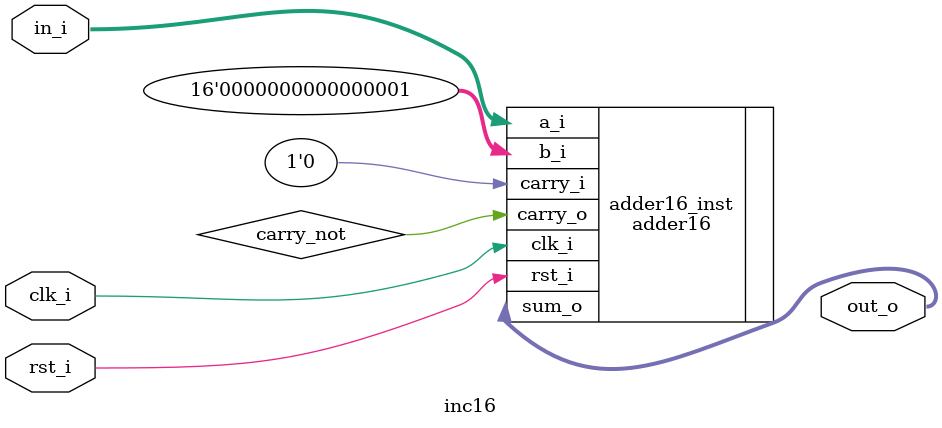
<source format=sv>
module inc16
#(
    parameter int WIDTH = 16
)
(
    input logic clk_i,
    input logic rst_i,
    input logic [WIDTH-1:0]in_i, // 16-bit input data 
    output logic [WIDTH-1:0]out_o // 16-bit output data 
);

logic carry_not;
adder16 adder16_inst(
    .clk_i(clk_i),
    .rst_i(rst_i),
    .a_i(in_i),
    .b_i(16'h0001), // 16-bit constant value 1
    .carry_i(1'b0), // No initial carry
    .sum_o(out_o),
    .carry_o(carry_not)
);

endmodule: inc16
</source>
